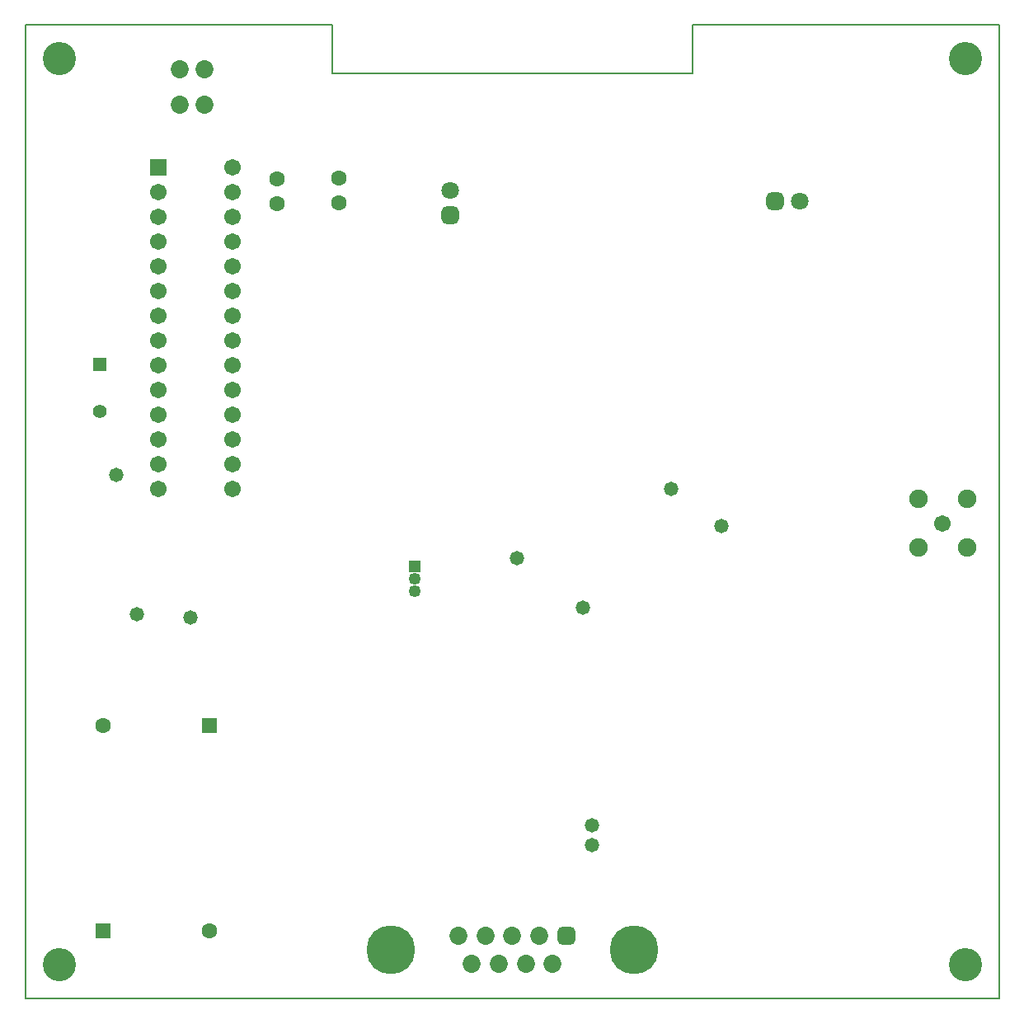
<source format=gbs>
G04*
G04 #@! TF.GenerationSoftware,Altium Limited,Altium Designer,23.6.0 (18)*
G04*
G04 Layer_Color=16711935*
%FSLAX44Y44*%
%MOMM*%
G71*
G04*
G04 #@! TF.SameCoordinates,AADCE73A-F72B-4A01-A8B1-447CC9BFCAD9*
G04*
G04*
G04 #@! TF.FilePolarity,Negative*
G04*
G01*
G75*
%ADD10C,0.2000*%
%ADD49R,1.7032X1.7032*%
%ADD50C,1.7032*%
%ADD51C,1.6000*%
%ADD52R,1.6000X1.6000*%
%ADD53C,1.8532*%
%ADD54C,1.6032*%
%ADD55C,5.0032*%
G04:AMPARAMS|DCode=56|XSize=1.8532mm|YSize=1.8532mm|CornerRadius=0.5141mm|HoleSize=0mm|Usage=FLASHONLY|Rotation=0.000|XOffset=0mm|YOffset=0mm|HoleType=Round|Shape=RoundedRectangle|*
%AMROUNDEDRECTD56*
21,1,1.8532,0.8250,0,0,0.0*
21,1,0.8250,1.8532,0,0,0.0*
1,1,1.0282,0.4125,-0.4125*
1,1,1.0282,-0.4125,-0.4125*
1,1,1.0282,-0.4125,0.4125*
1,1,1.0282,0.4125,0.4125*
%
%ADD56ROUNDEDRECTD56*%
%ADD57C,1.2532*%
%ADD58R,1.2532X1.2532*%
%ADD59C,1.4032*%
%ADD60R,1.4032X1.4032*%
G04:AMPARAMS|DCode=61|XSize=1.8032mm|YSize=1.8032mm|CornerRadius=0.5016mm|HoleSize=0mm|Usage=FLASHONLY|Rotation=90.000|XOffset=0mm|YOffset=0mm|HoleType=Round|Shape=RoundedRectangle|*
%AMROUNDEDRECTD61*
21,1,1.8032,0.8000,0,0,90.0*
21,1,0.8000,1.8032,0,0,90.0*
1,1,1.0032,0.4000,0.4000*
1,1,1.0032,0.4000,-0.4000*
1,1,1.0032,-0.4000,-0.4000*
1,1,1.0032,-0.4000,0.4000*
%
%ADD61ROUNDEDRECTD61*%
%ADD62C,1.8032*%
G04:AMPARAMS|DCode=63|XSize=1.8032mm|YSize=1.8032mm|CornerRadius=0.5016mm|HoleSize=0mm|Usage=FLASHONLY|Rotation=0.000|XOffset=0mm|YOffset=0mm|HoleType=Round|Shape=RoundedRectangle|*
%AMROUNDEDRECTD63*
21,1,1.8032,0.8000,0,0,0.0*
21,1,0.8000,1.8032,0,0,0.0*
1,1,1.0032,0.4000,-0.4000*
1,1,1.0032,-0.4000,-0.4000*
1,1,1.0032,-0.4000,0.4000*
1,1,1.0032,0.4000,0.4000*
%
%ADD63ROUNDEDRECTD63*%
%ADD64C,1.9002*%
%ADD65C,3.4032*%
%ADD66C,1.4732*%
D10*
X-0Y0D02*
X1000000D01*
Y1000000D01*
X685000D02*
X1000000D01*
X685000Y950000D02*
Y1000000D01*
X315000Y950000D02*
X685000D01*
X315000D02*
Y1000000D01*
X-0D02*
X315000D01*
X-0Y0D02*
Y1000000D01*
D49*
X136600Y853300D02*
D03*
D50*
Y827900D02*
D03*
Y802500D02*
D03*
Y777100D02*
D03*
Y751700D02*
D03*
Y726300D02*
D03*
Y700900D02*
D03*
Y675500D02*
D03*
Y650100D02*
D03*
Y624700D02*
D03*
Y599300D02*
D03*
Y573900D02*
D03*
Y548500D02*
D03*
Y523100D02*
D03*
X212800Y853300D02*
D03*
Y827900D02*
D03*
Y802500D02*
D03*
Y777100D02*
D03*
Y751700D02*
D03*
Y726300D02*
D03*
Y700900D02*
D03*
Y675500D02*
D03*
Y650100D02*
D03*
Y624700D02*
D03*
Y599300D02*
D03*
Y573900D02*
D03*
Y548500D02*
D03*
Y523100D02*
D03*
X941900Y488200D02*
D03*
D51*
X80140Y280100D02*
D03*
X188580Y70000D02*
D03*
D52*
X188900Y280100D02*
D03*
X79820Y70000D02*
D03*
D53*
X183700Y918300D02*
D03*
X158300D02*
D03*
X184200Y954800D02*
D03*
X158800D02*
D03*
X458440Y36000D02*
D03*
X486140D02*
D03*
X513840D02*
D03*
X541540D02*
D03*
X527690Y64400D02*
D03*
X444590D02*
D03*
X472290D02*
D03*
X499990D02*
D03*
D54*
X321800Y817300D02*
D03*
Y842700D02*
D03*
X258500Y816600D02*
D03*
Y842000D02*
D03*
D55*
X624990Y50200D02*
D03*
X374990D02*
D03*
D56*
X555390Y64400D02*
D03*
D57*
X399900Y418300D02*
D03*
Y431000D02*
D03*
D58*
Y443700D02*
D03*
D59*
X76500Y602700D02*
D03*
D60*
Y651500D02*
D03*
D61*
X436300Y804700D02*
D03*
D62*
Y830100D02*
D03*
X794900Y818800D02*
D03*
D63*
X769500D02*
D03*
D64*
X916900Y463200D02*
D03*
Y513200D02*
D03*
X966900Y463200D02*
D03*
Y513200D02*
D03*
D65*
X35000Y35000D02*
D03*
X965000D02*
D03*
Y965000D02*
D03*
X35000D02*
D03*
D66*
X572462Y401813D02*
D03*
X114246Y395092D02*
D03*
X93640Y537640D02*
D03*
X663394Y523100D02*
D03*
X581600Y157360D02*
D03*
Y177680D02*
D03*
X714900Y485064D02*
D03*
X504644Y451988D02*
D03*
X169110Y391028D02*
D03*
M02*

</source>
